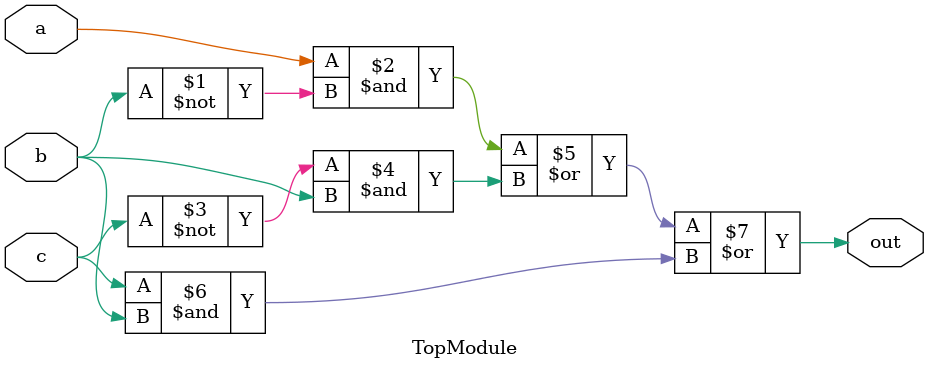
<source format=sv>

module TopModule (
  input a, 
  input b, 
  input c, 
  output out
);

// Define the logic for each combination of inputs
assign out = (a & ~b) | (~c & b) | (c & b);

endmodule

// VERILOG-EVAL: errant inclusion of module definition

</source>
